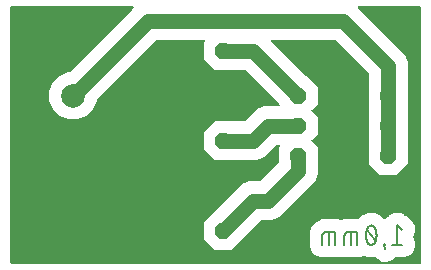
<source format=gbr>
G04 EAGLE Gerber RS-274X export*
G75*
%MOMM*%
%FSLAX34Y34*%
%LPD*%
%INTraces*%
%IPPOS*%
%AMOC8*
5,1,8,0,0,1.08239X$1,22.5*%
G01*
%ADD10C,0.152400*%
%ADD11P,1.429621X8X202.500000*%
%ADD12P,1.429621X8X22.500000*%
%ADD13C,2.000000*%
%ADD14C,1.270000*%

G36*
X357198Y10164D02*
X357198Y10164D01*
X357217Y10162D01*
X357319Y10184D01*
X357421Y10200D01*
X357438Y10210D01*
X357458Y10214D01*
X357547Y10267D01*
X357638Y10316D01*
X357652Y10330D01*
X357669Y10340D01*
X357736Y10419D01*
X357808Y10494D01*
X357816Y10512D01*
X357829Y10527D01*
X357868Y10623D01*
X357911Y10717D01*
X357913Y10737D01*
X357921Y10755D01*
X357939Y10922D01*
X357939Y227078D01*
X357936Y227098D01*
X357938Y227117D01*
X357916Y227219D01*
X357900Y227321D01*
X357890Y227338D01*
X357886Y227358D01*
X357833Y227447D01*
X357784Y227538D01*
X357770Y227552D01*
X357760Y227569D01*
X357681Y227636D01*
X357606Y227708D01*
X357588Y227716D01*
X357573Y227729D01*
X357477Y227768D01*
X357383Y227811D01*
X357363Y227813D01*
X357345Y227821D01*
X357178Y227839D01*
X305122Y227839D01*
X305051Y227828D01*
X304980Y227826D01*
X304931Y227808D01*
X304879Y227800D01*
X304816Y227766D01*
X304749Y227741D01*
X304708Y227709D01*
X304662Y227684D01*
X304612Y227632D01*
X304556Y227588D01*
X304528Y227544D01*
X304492Y227506D01*
X304462Y227441D01*
X304423Y227381D01*
X304411Y227330D01*
X304389Y227283D01*
X304381Y227212D01*
X304363Y227142D01*
X304367Y227090D01*
X304362Y227039D01*
X304377Y226968D01*
X304383Y226897D01*
X304403Y226849D01*
X304414Y226798D01*
X304451Y226737D01*
X304479Y226671D01*
X304524Y226615D01*
X304540Y226587D01*
X304558Y226572D01*
X304584Y226540D01*
X306069Y225055D01*
X344061Y187062D01*
X346551Y181052D01*
X346551Y159847D01*
X346565Y159757D01*
X346573Y159666D01*
X346585Y159636D01*
X346590Y159604D01*
X346633Y159524D01*
X346669Y159440D01*
X346695Y159408D01*
X346706Y159387D01*
X346729Y159365D01*
X346774Y159309D01*
X346805Y159278D01*
X346805Y145522D01*
X346774Y145491D01*
X346721Y145417D01*
X346661Y145348D01*
X346649Y145318D01*
X346630Y145291D01*
X346603Y145204D01*
X346569Y145120D01*
X346565Y145079D01*
X346558Y145056D01*
X346559Y145024D01*
X346551Y144953D01*
X346551Y134447D01*
X346566Y134357D01*
X346573Y134266D01*
X346585Y134236D01*
X346590Y134204D01*
X346633Y134124D01*
X346669Y134040D01*
X346695Y134008D01*
X346706Y133987D01*
X346729Y133965D01*
X346774Y133909D01*
X346805Y133878D01*
X346805Y120122D01*
X346774Y120091D01*
X346721Y120017D01*
X346661Y119948D01*
X346649Y119918D01*
X346630Y119891D01*
X346603Y119804D01*
X346569Y119720D01*
X346565Y119679D01*
X346558Y119656D01*
X346559Y119624D01*
X346551Y119553D01*
X346551Y109047D01*
X346565Y108957D01*
X346573Y108866D01*
X346585Y108836D01*
X346590Y108804D01*
X346633Y108724D01*
X346669Y108640D01*
X346695Y108608D01*
X346706Y108587D01*
X346729Y108565D01*
X346774Y108509D01*
X346805Y108478D01*
X346805Y94722D01*
X337078Y84995D01*
X323322Y84995D01*
X313595Y94722D01*
X313595Y108478D01*
X313626Y108509D01*
X313679Y108583D01*
X313739Y108652D01*
X313751Y108682D01*
X313770Y108709D01*
X313797Y108796D01*
X313831Y108880D01*
X313835Y108921D01*
X313842Y108944D01*
X313841Y108976D01*
X313849Y109047D01*
X313849Y119553D01*
X313835Y119643D01*
X313827Y119734D01*
X313815Y119764D01*
X313810Y119796D01*
X313767Y119876D01*
X313731Y119960D01*
X313705Y119992D01*
X313694Y120013D01*
X313671Y120035D01*
X313626Y120091D01*
X313595Y120122D01*
X313595Y133878D01*
X313626Y133909D01*
X313679Y133983D01*
X313739Y134052D01*
X313751Y134082D01*
X313770Y134109D01*
X313797Y134196D01*
X313831Y134280D01*
X313835Y134321D01*
X313842Y134344D01*
X313841Y134376D01*
X313849Y134447D01*
X313849Y144953D01*
X313835Y145043D01*
X313827Y145134D01*
X313815Y145164D01*
X313810Y145196D01*
X313767Y145276D01*
X313731Y145360D01*
X313705Y145392D01*
X313694Y145413D01*
X313671Y145435D01*
X313626Y145491D01*
X313595Y145522D01*
X313595Y159278D01*
X313626Y159309D01*
X313679Y159383D01*
X313739Y159452D01*
X313751Y159482D01*
X313770Y159509D01*
X313797Y159596D01*
X313831Y159680D01*
X313835Y159721D01*
X313842Y159744D01*
X313841Y159776D01*
X313849Y159847D01*
X313849Y170712D01*
X313835Y170802D01*
X313827Y170893D01*
X313815Y170923D01*
X313810Y170955D01*
X313767Y171035D01*
X313731Y171119D01*
X313705Y171151D01*
X313694Y171172D01*
X313671Y171194D01*
X313626Y171250D01*
X285550Y199326D01*
X285476Y199379D01*
X285407Y199439D01*
X285377Y199451D01*
X285351Y199470D01*
X285264Y199497D01*
X285179Y199531D01*
X285138Y199535D01*
X285115Y199542D01*
X285083Y199541D01*
X285012Y199549D01*
X231812Y199549D01*
X231741Y199538D01*
X231670Y199536D01*
X231621Y199518D01*
X231569Y199510D01*
X231506Y199476D01*
X231439Y199451D01*
X231398Y199419D01*
X231352Y199394D01*
X231302Y199342D01*
X231246Y199298D01*
X231218Y199254D01*
X231182Y199216D01*
X231152Y199151D01*
X231113Y199091D01*
X231101Y199040D01*
X231079Y198993D01*
X231071Y198922D01*
X231053Y198852D01*
X231057Y198800D01*
X231052Y198749D01*
X231067Y198678D01*
X231073Y198607D01*
X231093Y198559D01*
X231104Y198508D01*
X231141Y198447D01*
X231169Y198381D01*
X231214Y198325D01*
X231230Y198297D01*
X231248Y198282D01*
X231274Y198250D01*
X260296Y169228D01*
X260370Y169175D01*
X260439Y169115D01*
X260469Y169103D01*
X260495Y169084D01*
X260582Y169057D01*
X260667Y169023D01*
X260708Y169019D01*
X260731Y169012D01*
X260763Y169013D01*
X260834Y169005D01*
X260878Y169005D01*
X270605Y159278D01*
X270605Y145522D01*
X265321Y140238D01*
X265309Y140222D01*
X265294Y140210D01*
X265238Y140122D01*
X265177Y140039D01*
X265172Y140020D01*
X265161Y140003D01*
X265135Y139902D01*
X265105Y139803D01*
X265106Y139784D01*
X265101Y139764D01*
X265109Y139661D01*
X265111Y139558D01*
X265118Y139539D01*
X265120Y139519D01*
X265160Y139424D01*
X265196Y139327D01*
X265208Y139311D01*
X265216Y139293D01*
X265321Y139162D01*
X270605Y133878D01*
X270605Y120122D01*
X265321Y114838D01*
X265309Y114822D01*
X265294Y114810D01*
X265238Y114722D01*
X265177Y114639D01*
X265172Y114620D01*
X265161Y114603D01*
X265135Y114502D01*
X265105Y114403D01*
X265106Y114384D01*
X265101Y114364D01*
X265109Y114261D01*
X265111Y114158D01*
X265118Y114139D01*
X265120Y114119D01*
X265160Y114024D01*
X265196Y113927D01*
X265208Y113911D01*
X265216Y113893D01*
X265321Y113762D01*
X270605Y108478D01*
X270605Y94722D01*
X270574Y94691D01*
X270521Y94617D01*
X270461Y94548D01*
X270449Y94518D01*
X270430Y94491D01*
X270403Y94404D01*
X270369Y94320D01*
X270365Y94279D01*
X270358Y94256D01*
X270359Y94224D01*
X270351Y94153D01*
X270351Y85648D01*
X267861Y79638D01*
X237862Y49639D01*
X231852Y47149D01*
X222988Y47149D01*
X222898Y47135D01*
X222807Y47127D01*
X222777Y47115D01*
X222745Y47110D01*
X222665Y47067D01*
X222581Y47031D01*
X222549Y47005D01*
X222528Y46994D01*
X222506Y46971D01*
X222450Y46926D01*
X207328Y31804D01*
X207275Y31730D01*
X207215Y31661D01*
X207203Y31631D01*
X207184Y31605D01*
X207157Y31518D01*
X207123Y31433D01*
X207119Y31392D01*
X207112Y31369D01*
X207113Y31337D01*
X207105Y31266D01*
X207105Y31222D01*
X197378Y21495D01*
X183622Y21495D01*
X173895Y31222D01*
X173895Y44978D01*
X183622Y54705D01*
X183666Y54705D01*
X183756Y54719D01*
X183847Y54727D01*
X183877Y54739D01*
X183909Y54744D01*
X183989Y54787D01*
X184073Y54823D01*
X184105Y54849D01*
X184126Y54860D01*
X184148Y54883D01*
X184204Y54928D01*
X206638Y77361D01*
X212648Y79851D01*
X221512Y79851D01*
X221602Y79865D01*
X221693Y79873D01*
X221723Y79885D01*
X221755Y79890D01*
X221835Y79933D01*
X221919Y79969D01*
X221951Y79995D01*
X221972Y80006D01*
X221994Y80029D01*
X222050Y80074D01*
X237172Y95196D01*
X237225Y95270D01*
X237285Y95339D01*
X237297Y95369D01*
X237316Y95395D01*
X237343Y95482D01*
X237377Y95567D01*
X237381Y95608D01*
X237388Y95631D01*
X237387Y95663D01*
X237395Y95734D01*
X237395Y108478D01*
X238267Y109350D01*
X238309Y109408D01*
X238358Y109460D01*
X238380Y109507D01*
X238411Y109549D01*
X238432Y109618D01*
X238462Y109683D01*
X238468Y109735D01*
X238483Y109785D01*
X238481Y109856D01*
X238489Y109927D01*
X238478Y109978D01*
X238477Y110030D01*
X238452Y110098D01*
X238437Y110168D01*
X238410Y110213D01*
X238392Y110261D01*
X238347Y110317D01*
X238311Y110379D01*
X238271Y110413D01*
X238238Y110453D01*
X238178Y110492D01*
X238124Y110539D01*
X238075Y110558D01*
X238032Y110586D01*
X237962Y110604D01*
X237896Y110631D01*
X237824Y110639D01*
X237793Y110647D01*
X237770Y110645D01*
X237729Y110649D01*
X235688Y110649D01*
X235598Y110635D01*
X235507Y110627D01*
X235477Y110615D01*
X235445Y110610D01*
X235365Y110567D01*
X235281Y110531D01*
X235249Y110505D01*
X235228Y110494D01*
X235225Y110491D01*
X235224Y110491D01*
X235205Y110470D01*
X235150Y110426D01*
X225162Y100439D01*
X219152Y97949D01*
X197947Y97949D01*
X197857Y97935D01*
X197766Y97927D01*
X197736Y97915D01*
X197704Y97910D01*
X197624Y97867D01*
X197540Y97831D01*
X197508Y97805D01*
X197487Y97794D01*
X197465Y97771D01*
X197409Y97726D01*
X197378Y97695D01*
X183622Y97695D01*
X173895Y107422D01*
X173895Y121178D01*
X183622Y130905D01*
X197378Y130905D01*
X197409Y130874D01*
X197483Y130821D01*
X197552Y130761D01*
X197582Y130749D01*
X197609Y130730D01*
X197696Y130703D01*
X197780Y130669D01*
X197821Y130665D01*
X197844Y130658D01*
X197876Y130659D01*
X197947Y130651D01*
X208812Y130651D01*
X208902Y130665D01*
X208993Y130673D01*
X209023Y130685D01*
X209055Y130690D01*
X209135Y130733D01*
X209219Y130769D01*
X209251Y130795D01*
X209272Y130806D01*
X209294Y130829D01*
X209350Y130874D01*
X219338Y140861D01*
X225348Y143351D01*
X237729Y143351D01*
X237800Y143362D01*
X237871Y143364D01*
X237920Y143382D01*
X237972Y143390D01*
X238035Y143424D01*
X238102Y143449D01*
X238143Y143481D01*
X238189Y143506D01*
X238238Y143558D01*
X238294Y143602D01*
X238322Y143646D01*
X238358Y143684D01*
X238389Y143749D01*
X238427Y143809D01*
X238440Y143860D01*
X238462Y143907D01*
X238470Y143978D01*
X238487Y144048D01*
X238483Y144100D01*
X238489Y144151D01*
X238474Y144222D01*
X238468Y144293D01*
X238448Y144341D01*
X238437Y144392D01*
X238400Y144453D01*
X238372Y144519D01*
X238327Y144575D01*
X238311Y144603D01*
X238293Y144618D01*
X238267Y144650D01*
X237395Y145522D01*
X237395Y145566D01*
X237381Y145656D01*
X237373Y145747D01*
X237361Y145777D01*
X237356Y145809D01*
X237313Y145889D01*
X237277Y145973D01*
X237251Y146005D01*
X237240Y146026D01*
X237217Y146048D01*
X237172Y146104D01*
X209350Y173926D01*
X209276Y173979D01*
X209207Y174039D01*
X209177Y174051D01*
X209151Y174070D01*
X209064Y174097D01*
X208979Y174131D01*
X208938Y174135D01*
X208915Y174142D01*
X208883Y174141D01*
X208812Y174149D01*
X197947Y174149D01*
X197857Y174135D01*
X197766Y174127D01*
X197736Y174115D01*
X197704Y174110D01*
X197624Y174067D01*
X197540Y174031D01*
X197508Y174005D01*
X197487Y173994D01*
X197465Y173971D01*
X197409Y173926D01*
X197378Y173895D01*
X183622Y173895D01*
X173895Y183622D01*
X173895Y197378D01*
X174767Y198250D01*
X174809Y198308D01*
X174858Y198360D01*
X174880Y198407D01*
X174911Y198449D01*
X174932Y198518D01*
X174962Y198583D01*
X174968Y198635D01*
X174983Y198685D01*
X174981Y198756D01*
X174989Y198827D01*
X174978Y198878D01*
X174977Y198930D01*
X174952Y198998D01*
X174937Y199068D01*
X174910Y199113D01*
X174892Y199161D01*
X174847Y199217D01*
X174811Y199279D01*
X174771Y199313D01*
X174738Y199353D01*
X174678Y199392D01*
X174624Y199439D01*
X174575Y199458D01*
X174532Y199486D01*
X174462Y199504D01*
X174396Y199531D01*
X174324Y199539D01*
X174293Y199547D01*
X174270Y199545D01*
X174229Y199549D01*
X134049Y199549D01*
X133959Y199535D01*
X133868Y199527D01*
X133838Y199515D01*
X133806Y199510D01*
X133726Y199467D01*
X133642Y199431D01*
X133610Y199405D01*
X133589Y199394D01*
X133567Y199371D01*
X133511Y199326D01*
X83474Y149289D01*
X83421Y149215D01*
X83361Y149146D01*
X83349Y149116D01*
X83330Y149090D01*
X83303Y149003D01*
X83269Y148918D01*
X83265Y148877D01*
X83258Y148854D01*
X83259Y148822D01*
X83251Y148751D01*
X83251Y148211D01*
X80206Y140859D01*
X74580Y135233D01*
X67228Y132188D01*
X59272Y132188D01*
X51920Y135233D01*
X46294Y140859D01*
X43249Y148211D01*
X43249Y156167D01*
X46294Y163519D01*
X51920Y169145D01*
X59272Y172190D01*
X59812Y172190D01*
X59902Y172204D01*
X59993Y172212D01*
X60023Y172224D01*
X60055Y172229D01*
X60135Y172272D01*
X60219Y172308D01*
X60251Y172334D01*
X60272Y172345D01*
X60294Y172368D01*
X60350Y172413D01*
X112992Y225055D01*
X114477Y226540D01*
X114519Y226598D01*
X114569Y226650D01*
X114590Y226697D01*
X114621Y226739D01*
X114642Y226808D01*
X114672Y226873D01*
X114678Y226925D01*
X114693Y226975D01*
X114691Y227046D01*
X114699Y227117D01*
X114688Y227168D01*
X114687Y227220D01*
X114662Y227288D01*
X114647Y227358D01*
X114620Y227403D01*
X114602Y227451D01*
X114558Y227507D01*
X114521Y227569D01*
X114481Y227603D01*
X114449Y227643D01*
X114388Y227682D01*
X114334Y227729D01*
X114286Y227748D01*
X114242Y227776D01*
X114172Y227794D01*
X114106Y227821D01*
X114034Y227829D01*
X114003Y227837D01*
X113980Y227835D01*
X113939Y227839D01*
X10922Y227839D01*
X10902Y227836D01*
X10883Y227838D01*
X10781Y227816D01*
X10679Y227800D01*
X10662Y227790D01*
X10642Y227786D01*
X10553Y227733D01*
X10462Y227684D01*
X10448Y227670D01*
X10431Y227660D01*
X10364Y227581D01*
X10292Y227506D01*
X10284Y227488D01*
X10271Y227473D01*
X10232Y227377D01*
X10189Y227283D01*
X10187Y227263D01*
X10179Y227245D01*
X10161Y227078D01*
X10161Y10922D01*
X10164Y10902D01*
X10162Y10883D01*
X10184Y10781D01*
X10200Y10679D01*
X10210Y10662D01*
X10214Y10642D01*
X10267Y10553D01*
X10316Y10462D01*
X10330Y10448D01*
X10340Y10431D01*
X10419Y10364D01*
X10494Y10292D01*
X10512Y10284D01*
X10527Y10271D01*
X10623Y10232D01*
X10717Y10189D01*
X10737Y10187D01*
X10755Y10179D01*
X10922Y10161D01*
X357178Y10161D01*
X357198Y10164D01*
G37*
%LPC*%
G36*
X325132Y11866D02*
X325132Y11866D01*
X321234Y13637D01*
X319697Y15283D01*
X319686Y15292D01*
X319677Y15304D01*
X319589Y15366D01*
X319503Y15433D01*
X319489Y15438D01*
X319477Y15446D01*
X319373Y15478D01*
X319270Y15513D01*
X319255Y15513D01*
X319241Y15517D01*
X319133Y15514D01*
X319024Y15515D01*
X319010Y15510D01*
X318995Y15510D01*
X318835Y15460D01*
X318697Y15399D01*
X312780Y15399D01*
X309836Y16691D01*
X309740Y16716D01*
X309646Y16747D01*
X309621Y16746D01*
X309597Y16753D01*
X309499Y16745D01*
X309400Y16744D01*
X309370Y16736D01*
X309352Y16735D01*
X309322Y16722D01*
X309238Y16698D01*
X306104Y15399D01*
X301822Y15399D01*
X301545Y15514D01*
X301456Y15535D01*
X301369Y15563D01*
X301337Y15563D01*
X301306Y15570D01*
X301215Y15562D01*
X301123Y15561D01*
X301084Y15549D01*
X301061Y15547D01*
X301031Y15534D01*
X300962Y15514D01*
X300685Y15399D01*
X296404Y15399D01*
X296126Y15514D01*
X296038Y15535D01*
X295951Y15563D01*
X295918Y15563D01*
X295887Y15570D01*
X295796Y15562D01*
X295705Y15561D01*
X295665Y15549D01*
X295642Y15547D01*
X295613Y15534D01*
X295544Y15514D01*
X295267Y15399D01*
X290985Y15399D01*
X289457Y16032D01*
X289368Y16053D01*
X289281Y16081D01*
X289249Y16081D01*
X289217Y16088D01*
X289127Y16080D01*
X289035Y16079D01*
X288996Y16067D01*
X288973Y16065D01*
X288943Y16052D01*
X288874Y16032D01*
X287346Y15399D01*
X283065Y15399D01*
X282788Y15514D01*
X282699Y15535D01*
X282612Y15563D01*
X282580Y15563D01*
X282548Y15570D01*
X282457Y15562D01*
X282366Y15561D01*
X282326Y15549D01*
X282303Y15547D01*
X282274Y15534D01*
X282205Y15514D01*
X281928Y15399D01*
X277646Y15399D01*
X277369Y15514D01*
X277280Y15535D01*
X277193Y15563D01*
X277161Y15563D01*
X277129Y15570D01*
X277039Y15562D01*
X276947Y15561D01*
X276908Y15549D01*
X276885Y15547D01*
X276855Y15534D01*
X276786Y15514D01*
X276509Y15399D01*
X272227Y15399D01*
X268272Y17038D01*
X265244Y20065D01*
X263605Y24021D01*
X263605Y36970D01*
X265656Y41921D01*
X269446Y45711D01*
X274398Y47762D01*
X287346Y47762D01*
X289960Y46680D01*
X290048Y46659D01*
X290135Y46631D01*
X290168Y46631D01*
X290199Y46623D01*
X290290Y46632D01*
X290381Y46633D01*
X290421Y46644D01*
X290444Y46647D01*
X290473Y46660D01*
X290542Y46680D01*
X293155Y47762D01*
X304230Y47762D01*
X304335Y47779D01*
X304442Y47792D01*
X304457Y47799D01*
X304473Y47802D01*
X304567Y47852D01*
X304664Y47898D01*
X304679Y47911D01*
X304690Y47917D01*
X304711Y47939D01*
X304790Y48008D01*
X307362Y50803D01*
X312780Y53181D01*
X318697Y53181D01*
X324115Y50803D01*
X326955Y47716D01*
X327017Y47668D01*
X327071Y47613D01*
X327113Y47593D01*
X327149Y47565D01*
X327222Y47539D01*
X327292Y47504D01*
X327337Y47498D01*
X327381Y47482D01*
X327458Y47481D01*
X327535Y47471D01*
X327581Y47479D01*
X327627Y47479D01*
X327701Y47502D01*
X327777Y47517D01*
X327817Y47539D01*
X327861Y47553D01*
X327924Y47599D01*
X327991Y47637D01*
X328035Y47681D01*
X328059Y47699D01*
X328075Y47721D01*
X328110Y47756D01*
X328196Y47864D01*
X328208Y47884D01*
X328224Y47901D01*
X328305Y48048D01*
X328498Y48515D01*
X329561Y49577D01*
X329578Y49601D01*
X329617Y49640D01*
X330556Y50813D01*
X330998Y51057D01*
X331016Y51071D01*
X331038Y51080D01*
X331169Y51185D01*
X331526Y51542D01*
X332914Y52117D01*
X332939Y52132D01*
X332990Y52154D01*
X334306Y52879D01*
X334808Y52934D01*
X334831Y52941D01*
X334854Y52941D01*
X335015Y52988D01*
X335482Y53181D01*
X336984Y53181D01*
X337013Y53185D01*
X337068Y53185D01*
X338562Y53351D01*
X339047Y53211D01*
X339070Y53208D01*
X339092Y53199D01*
X339258Y53181D01*
X339763Y53181D01*
X341152Y52606D01*
X341180Y52599D01*
X341231Y52578D01*
X342674Y52160D01*
X343068Y51844D01*
X343089Y51833D01*
X343106Y51816D01*
X343253Y51735D01*
X343719Y51542D01*
X344782Y50480D01*
X344805Y50463D01*
X344844Y50423D01*
X350533Y45872D01*
X352599Y42122D01*
X353071Y37866D01*
X351880Y33754D01*
X351346Y33087D01*
X351309Y33021D01*
X351264Y32961D01*
X351249Y32914D01*
X351225Y32872D01*
X351211Y32798D01*
X351188Y32727D01*
X351188Y32678D01*
X351179Y32631D01*
X351189Y32556D01*
X351190Y32481D01*
X351208Y32418D01*
X351213Y32387D01*
X351224Y32364D01*
X351237Y32320D01*
X352901Y28303D01*
X352901Y24021D01*
X351262Y20065D01*
X348235Y17038D01*
X344279Y15399D01*
X336049Y15399D01*
X335972Y15387D01*
X335893Y15383D01*
X335851Y15367D01*
X335807Y15360D01*
X335737Y15323D01*
X335664Y15295D01*
X335616Y15258D01*
X335589Y15244D01*
X335570Y15225D01*
X335530Y15194D01*
X333421Y13224D01*
X329412Y11720D01*
X325132Y11866D01*
G37*
%LPD*%
D10*
X342138Y38806D02*
X337622Y42418D01*
X337622Y26162D01*
X333107Y26162D02*
X342138Y26162D01*
X327186Y26162D02*
X326282Y26162D01*
X327186Y26162D02*
X327186Y27065D01*
X326282Y27065D01*
X326282Y26162D01*
X327637Y22550D01*
X320254Y34290D02*
X320250Y34610D01*
X320239Y34929D01*
X320220Y35249D01*
X320193Y35567D01*
X320159Y35885D01*
X320117Y36202D01*
X320067Y36518D01*
X320010Y36833D01*
X319946Y37146D01*
X319874Y37458D01*
X319795Y37768D01*
X319708Y38075D01*
X319614Y38381D01*
X319513Y38684D01*
X319404Y38985D01*
X319289Y39283D01*
X319166Y39579D01*
X319036Y39871D01*
X318899Y40160D01*
X318900Y40161D02*
X318861Y40269D01*
X318818Y40376D01*
X318772Y40481D01*
X318721Y40585D01*
X318668Y40687D01*
X318611Y40787D01*
X318550Y40885D01*
X318486Y40980D01*
X318419Y41074D01*
X318348Y41165D01*
X318275Y41254D01*
X318198Y41340D01*
X318119Y41423D01*
X318037Y41504D01*
X317952Y41582D01*
X317864Y41656D01*
X317774Y41728D01*
X317682Y41796D01*
X317587Y41862D01*
X317490Y41924D01*
X317391Y41982D01*
X317289Y42038D01*
X317187Y42089D01*
X317082Y42137D01*
X316976Y42182D01*
X316868Y42223D01*
X316759Y42260D01*
X316649Y42293D01*
X316537Y42322D01*
X316425Y42348D01*
X316312Y42370D01*
X316198Y42387D01*
X316084Y42401D01*
X315969Y42411D01*
X315854Y42417D01*
X315739Y42419D01*
X315739Y42418D02*
X315624Y42416D01*
X315509Y42410D01*
X315394Y42400D01*
X315280Y42386D01*
X315166Y42369D01*
X315053Y42347D01*
X314941Y42321D01*
X314829Y42292D01*
X314719Y42259D01*
X314610Y42222D01*
X314502Y42181D01*
X314396Y42136D01*
X314292Y42088D01*
X314189Y42037D01*
X314088Y41981D01*
X313988Y41923D01*
X313891Y41861D01*
X313797Y41796D01*
X313704Y41727D01*
X313614Y41655D01*
X313526Y41581D01*
X313441Y41503D01*
X313359Y41422D01*
X313280Y41339D01*
X313203Y41253D01*
X313130Y41164D01*
X313059Y41073D01*
X312992Y40979D01*
X312928Y40884D01*
X312867Y40786D01*
X312810Y40686D01*
X312757Y40584D01*
X312706Y40480D01*
X312660Y40375D01*
X312617Y40268D01*
X312578Y40160D01*
X312441Y39871D01*
X312311Y39579D01*
X312188Y39283D01*
X312073Y38985D01*
X311964Y38684D01*
X311863Y38381D01*
X311769Y38075D01*
X311682Y37768D01*
X311603Y37458D01*
X311531Y37146D01*
X311467Y36833D01*
X311410Y36518D01*
X311360Y36202D01*
X311318Y35885D01*
X311284Y35567D01*
X311257Y35249D01*
X311238Y34929D01*
X311227Y34610D01*
X311223Y34290D01*
X320254Y34290D02*
X320250Y33970D01*
X320239Y33651D01*
X320220Y33331D01*
X320193Y33013D01*
X320159Y32695D01*
X320117Y32378D01*
X320067Y32062D01*
X320010Y31747D01*
X319946Y31434D01*
X319874Y31122D01*
X319795Y30812D01*
X319708Y30505D01*
X319614Y30199D01*
X319513Y29896D01*
X319404Y29595D01*
X319289Y29297D01*
X319166Y29001D01*
X319036Y28709D01*
X318899Y28420D01*
X318900Y28420D02*
X318861Y28312D01*
X318818Y28205D01*
X318772Y28100D01*
X318721Y27996D01*
X318668Y27894D01*
X318611Y27794D01*
X318550Y27696D01*
X318486Y27601D01*
X318419Y27507D01*
X318348Y27416D01*
X318275Y27327D01*
X318198Y27241D01*
X318119Y27158D01*
X318037Y27077D01*
X317952Y26999D01*
X317864Y26925D01*
X317774Y26853D01*
X317681Y26784D01*
X317587Y26719D01*
X317490Y26657D01*
X317390Y26599D01*
X317289Y26543D01*
X317187Y26492D01*
X317082Y26444D01*
X316976Y26399D01*
X316868Y26358D01*
X316759Y26321D01*
X316649Y26288D01*
X316537Y26259D01*
X316425Y26233D01*
X316312Y26211D01*
X316198Y26194D01*
X316084Y26180D01*
X315969Y26170D01*
X315854Y26164D01*
X315739Y26162D01*
X312579Y28420D02*
X312442Y28709D01*
X312312Y29001D01*
X312189Y29297D01*
X312074Y29595D01*
X311965Y29896D01*
X311864Y30199D01*
X311770Y30505D01*
X311683Y30812D01*
X311604Y31122D01*
X311532Y31434D01*
X311468Y31747D01*
X311411Y32062D01*
X311361Y32378D01*
X311319Y32695D01*
X311285Y33013D01*
X311258Y33331D01*
X311239Y33651D01*
X311228Y33970D01*
X311224Y34290D01*
X312578Y28420D02*
X312617Y28312D01*
X312660Y28205D01*
X312706Y28100D01*
X312757Y27996D01*
X312810Y27894D01*
X312868Y27794D01*
X312928Y27696D01*
X312992Y27601D01*
X313059Y27507D01*
X313130Y27416D01*
X313203Y27327D01*
X313280Y27241D01*
X313359Y27158D01*
X313441Y27077D01*
X313526Y26999D01*
X313614Y26925D01*
X313704Y26853D01*
X313797Y26784D01*
X313891Y26719D01*
X313988Y26657D01*
X314088Y26599D01*
X314189Y26543D01*
X314292Y26492D01*
X314396Y26444D01*
X314502Y26399D01*
X314610Y26358D01*
X314719Y26321D01*
X314829Y26288D01*
X314941Y26259D01*
X315053Y26233D01*
X315166Y26211D01*
X315280Y26194D01*
X315394Y26180D01*
X315509Y26170D01*
X315624Y26164D01*
X315739Y26162D01*
X319351Y29774D02*
X312126Y38806D01*
X303963Y36999D02*
X303963Y26162D01*
X303963Y36999D02*
X295835Y36999D01*
X295734Y36997D01*
X295633Y36991D01*
X295532Y36982D01*
X295431Y36969D01*
X295331Y36952D01*
X295232Y36931D01*
X295134Y36907D01*
X295037Y36879D01*
X294940Y36847D01*
X294845Y36812D01*
X294752Y36773D01*
X294660Y36731D01*
X294569Y36685D01*
X294481Y36636D01*
X294394Y36584D01*
X294309Y36528D01*
X294226Y36470D01*
X294146Y36408D01*
X294068Y36343D01*
X293992Y36276D01*
X293919Y36206D01*
X293849Y36133D01*
X293782Y36057D01*
X293717Y35979D01*
X293655Y35899D01*
X293597Y35816D01*
X293541Y35731D01*
X293489Y35645D01*
X293440Y35556D01*
X293394Y35465D01*
X293352Y35373D01*
X293313Y35280D01*
X293278Y35185D01*
X293246Y35088D01*
X293218Y34991D01*
X293194Y34893D01*
X293173Y34794D01*
X293156Y34694D01*
X293143Y34593D01*
X293134Y34492D01*
X293128Y34391D01*
X293126Y34290D01*
X293126Y26162D01*
X298544Y26162D02*
X298544Y36999D01*
X285206Y36999D02*
X285206Y26162D01*
X285206Y36999D02*
X277078Y36999D01*
X276977Y36997D01*
X276876Y36991D01*
X276775Y36982D01*
X276674Y36969D01*
X276574Y36952D01*
X276475Y36931D01*
X276377Y36907D01*
X276280Y36879D01*
X276183Y36847D01*
X276088Y36812D01*
X275995Y36773D01*
X275903Y36731D01*
X275812Y36685D01*
X275724Y36636D01*
X275637Y36584D01*
X275552Y36528D01*
X275469Y36470D01*
X275389Y36408D01*
X275311Y36343D01*
X275235Y36276D01*
X275162Y36206D01*
X275092Y36133D01*
X275025Y36057D01*
X274960Y35979D01*
X274898Y35899D01*
X274840Y35816D01*
X274784Y35731D01*
X274732Y35645D01*
X274683Y35556D01*
X274637Y35465D01*
X274595Y35373D01*
X274556Y35280D01*
X274521Y35185D01*
X274489Y35088D01*
X274461Y34991D01*
X274437Y34893D01*
X274416Y34794D01*
X274399Y34694D01*
X274386Y34593D01*
X274377Y34492D01*
X274371Y34391D01*
X274369Y34290D01*
X274368Y34290D02*
X274368Y26162D01*
X279787Y26162D02*
X279787Y36999D01*
D11*
X190500Y38100D03*
X165100Y38100D03*
X190500Y114300D03*
X165100Y114300D03*
X190500Y190500D03*
X165100Y190500D03*
D12*
X254000Y101600D03*
X330200Y101600D03*
X254000Y127000D03*
X330200Y127000D03*
X254000Y152400D03*
X330200Y152400D03*
D13*
X63250Y101389D03*
X63250Y152189D03*
D14*
X190500Y38100D02*
X215900Y63500D01*
X228600Y63500D01*
X254000Y88900D01*
X254000Y101600D01*
X330200Y127000D02*
X330200Y152400D01*
X330200Y127000D02*
X330200Y101600D01*
X330200Y177800D02*
X292100Y215900D01*
X330200Y177800D02*
X330200Y152400D01*
X126961Y215900D02*
X63250Y152189D01*
X126961Y215900D02*
X292100Y215900D01*
X215900Y114300D02*
X190500Y114300D01*
X215900Y114300D02*
X228600Y127000D01*
X254000Y127000D01*
X215900Y190500D02*
X190500Y190500D01*
X215900Y190500D02*
X254000Y152400D01*
M02*

</source>
